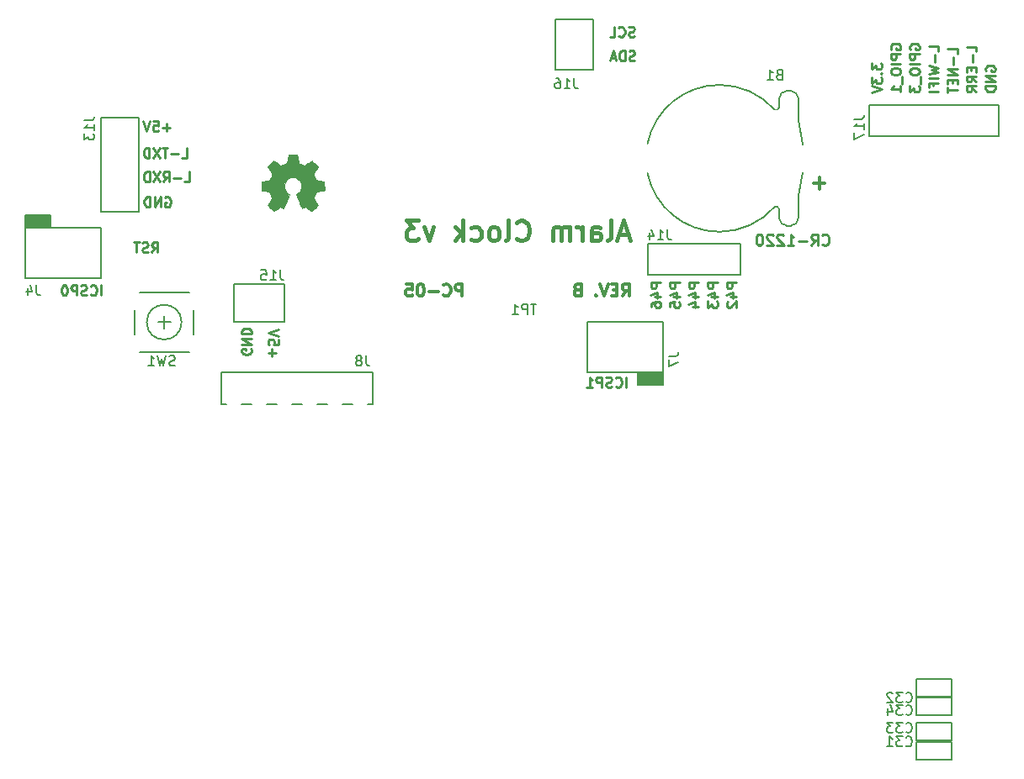
<source format=gbo>
G04 #@! TF.GenerationSoftware,KiCad,Pcbnew,5.0.0-fee4fd1~65~ubuntu17.10.1*
G04 #@! TF.CreationDate,2018-10-29T15:17:38-04:00*
G04 #@! TF.ProjectId,panel,70616E656C2E6B696361645F70636200,B*
G04 #@! TF.SameCoordinates,Original*
G04 #@! TF.FileFunction,Legend,Bot*
G04 #@! TF.FilePolarity,Positive*
%FSLAX46Y46*%
G04 Gerber Fmt 4.6, Leading zero omitted, Abs format (unit mm)*
G04 Created by KiCad (PCBNEW 5.0.0-fee4fd1~65~ubuntu17.10.1) date Mon Oct 29 15:17:38 2018*
%MOMM*%
%LPD*%
G01*
G04 APERTURE LIST*
%ADD10C,0.250000*%
%ADD11C,0.180000*%
%ADD12C,0.300000*%
%ADD13C,0.400000*%
%ADD14C,0.002540*%
G04 APERTURE END LIST*
D10*
X89626595Y-62365000D02*
X89721833Y-62317380D01*
X89864690Y-62317380D01*
X90007547Y-62365000D01*
X90102785Y-62460238D01*
X90150404Y-62555476D01*
X90198023Y-62745952D01*
X90198023Y-62888809D01*
X90150404Y-63079285D01*
X90102785Y-63174523D01*
X90007547Y-63269761D01*
X89864690Y-63317380D01*
X89769452Y-63317380D01*
X89626595Y-63269761D01*
X89578976Y-63222142D01*
X89578976Y-62888809D01*
X89769452Y-62888809D01*
X89150404Y-63317380D02*
X89150404Y-62317380D01*
X88578976Y-63317380D01*
X88578976Y-62317380D01*
X88102785Y-63317380D02*
X88102785Y-62317380D01*
X87864690Y-62317380D01*
X87721833Y-62365000D01*
X87626595Y-62460238D01*
X87578976Y-62555476D01*
X87531357Y-62745952D01*
X87531357Y-62888809D01*
X87578976Y-63079285D01*
X87626595Y-63174523D01*
X87721833Y-63269761D01*
X87864690Y-63317380D01*
X88102785Y-63317380D01*
X172220000Y-49621785D02*
X172172380Y-49526547D01*
X172172380Y-49383690D01*
X172220000Y-49240833D01*
X172315238Y-49145595D01*
X172410476Y-49097976D01*
X172600952Y-49050357D01*
X172743809Y-49050357D01*
X172934285Y-49097976D01*
X173029523Y-49145595D01*
X173124761Y-49240833D01*
X173172380Y-49383690D01*
X173172380Y-49478928D01*
X173124761Y-49621785D01*
X173077142Y-49669404D01*
X172743809Y-49669404D01*
X172743809Y-49478928D01*
X173172380Y-50097976D02*
X172172380Y-50097976D01*
X173172380Y-50669404D01*
X172172380Y-50669404D01*
X173172380Y-51145595D02*
X172172380Y-51145595D01*
X172172380Y-51383690D01*
X172220000Y-51526547D01*
X172315238Y-51621785D01*
X172410476Y-51669404D01*
X172600952Y-51717023D01*
X172743809Y-51717023D01*
X172934285Y-51669404D01*
X173029523Y-51621785D01*
X173124761Y-51526547D01*
X173172380Y-51383690D01*
X173172380Y-51145595D01*
X160742380Y-48812261D02*
X160742380Y-49431309D01*
X161123333Y-49097976D01*
X161123333Y-49240833D01*
X161170952Y-49336071D01*
X161218571Y-49383690D01*
X161313809Y-49431309D01*
X161551904Y-49431309D01*
X161647142Y-49383690D01*
X161694761Y-49336071D01*
X161742380Y-49240833D01*
X161742380Y-48955119D01*
X161694761Y-48859880D01*
X161647142Y-48812261D01*
X161647142Y-49859880D02*
X161694761Y-49907500D01*
X161742380Y-49859880D01*
X161694761Y-49812261D01*
X161647142Y-49859880D01*
X161742380Y-49859880D01*
X160742380Y-50240833D02*
X160742380Y-50859880D01*
X161123333Y-50526547D01*
X161123333Y-50669404D01*
X161170952Y-50764642D01*
X161218571Y-50812261D01*
X161313809Y-50859880D01*
X161551904Y-50859880D01*
X161647142Y-50812261D01*
X161694761Y-50764642D01*
X161742380Y-50669404D01*
X161742380Y-50383690D01*
X161694761Y-50288452D01*
X161647142Y-50240833D01*
X160742380Y-51145595D02*
X161742380Y-51478928D01*
X160742380Y-51812261D01*
D11*
G36*
X137160000Y-81280000D02*
X137160000Y-80010000D01*
X139700000Y-80010000D01*
X139700000Y-81280000D01*
X137160000Y-81280000D01*
G37*
X137160000Y-81280000D02*
X137160000Y-80010000D01*
X139700000Y-80010000D01*
X139700000Y-81280000D01*
X137160000Y-81280000D01*
G36*
X75565000Y-65405000D02*
X75565000Y-64135000D01*
X78105000Y-64135000D01*
X78105000Y-65405000D01*
X75565000Y-65405000D01*
G37*
X75565000Y-65405000D02*
X75565000Y-64135000D01*
X78105000Y-64135000D01*
X78105000Y-65405000D01*
X75565000Y-65405000D01*
D10*
X136004357Y-81478380D02*
X136004357Y-80478380D01*
X134956738Y-81383142D02*
X135004357Y-81430761D01*
X135147214Y-81478380D01*
X135242452Y-81478380D01*
X135385309Y-81430761D01*
X135480547Y-81335523D01*
X135528166Y-81240285D01*
X135575785Y-81049809D01*
X135575785Y-80906952D01*
X135528166Y-80716476D01*
X135480547Y-80621238D01*
X135385309Y-80526000D01*
X135242452Y-80478380D01*
X135147214Y-80478380D01*
X135004357Y-80526000D01*
X134956738Y-80573619D01*
X134575785Y-81430761D02*
X134432928Y-81478380D01*
X134194833Y-81478380D01*
X134099595Y-81430761D01*
X134051976Y-81383142D01*
X134004357Y-81287904D01*
X134004357Y-81192666D01*
X134051976Y-81097428D01*
X134099595Y-81049809D01*
X134194833Y-81002190D01*
X134385309Y-80954571D01*
X134480547Y-80906952D01*
X134528166Y-80859333D01*
X134575785Y-80764095D01*
X134575785Y-80668857D01*
X134528166Y-80573619D01*
X134480547Y-80526000D01*
X134385309Y-80478380D01*
X134147214Y-80478380D01*
X134004357Y-80526000D01*
X133575785Y-81478380D02*
X133575785Y-80478380D01*
X133194833Y-80478380D01*
X133099595Y-80526000D01*
X133051976Y-80573619D01*
X133004357Y-80668857D01*
X133004357Y-80811714D01*
X133051976Y-80906952D01*
X133099595Y-80954571D01*
X133194833Y-81002190D01*
X133575785Y-81002190D01*
X132051976Y-81478380D02*
X132623404Y-81478380D01*
X132337690Y-81478380D02*
X132337690Y-80478380D01*
X132432928Y-80621238D01*
X132528166Y-80716476D01*
X132623404Y-80764095D01*
X83172357Y-72207380D02*
X83172357Y-71207380D01*
X82124738Y-72112142D02*
X82172357Y-72159761D01*
X82315214Y-72207380D01*
X82410452Y-72207380D01*
X82553309Y-72159761D01*
X82648547Y-72064523D01*
X82696166Y-71969285D01*
X82743785Y-71778809D01*
X82743785Y-71635952D01*
X82696166Y-71445476D01*
X82648547Y-71350238D01*
X82553309Y-71255000D01*
X82410452Y-71207380D01*
X82315214Y-71207380D01*
X82172357Y-71255000D01*
X82124738Y-71302619D01*
X81743785Y-72159761D02*
X81600928Y-72207380D01*
X81362833Y-72207380D01*
X81267595Y-72159761D01*
X81219976Y-72112142D01*
X81172357Y-72016904D01*
X81172357Y-71921666D01*
X81219976Y-71826428D01*
X81267595Y-71778809D01*
X81362833Y-71731190D01*
X81553309Y-71683571D01*
X81648547Y-71635952D01*
X81696166Y-71588333D01*
X81743785Y-71493095D01*
X81743785Y-71397857D01*
X81696166Y-71302619D01*
X81648547Y-71255000D01*
X81553309Y-71207380D01*
X81315214Y-71207380D01*
X81172357Y-71255000D01*
X80743785Y-72207380D02*
X80743785Y-71207380D01*
X80362833Y-71207380D01*
X80267595Y-71255000D01*
X80219976Y-71302619D01*
X80172357Y-71397857D01*
X80172357Y-71540714D01*
X80219976Y-71635952D01*
X80267595Y-71683571D01*
X80362833Y-71731190D01*
X80743785Y-71731190D01*
X79553309Y-71207380D02*
X79458071Y-71207380D01*
X79362833Y-71255000D01*
X79315214Y-71302619D01*
X79267595Y-71397857D01*
X79219976Y-71588333D01*
X79219976Y-71826428D01*
X79267595Y-72016904D01*
X79315214Y-72112142D01*
X79362833Y-72159761D01*
X79458071Y-72207380D01*
X79553309Y-72207380D01*
X79648547Y-72159761D01*
X79696166Y-72112142D01*
X79743785Y-72016904D01*
X79791404Y-71826428D01*
X79791404Y-71588333D01*
X79743785Y-71397857D01*
X79696166Y-71302619D01*
X79648547Y-71255000D01*
X79553309Y-71207380D01*
X88300261Y-67889380D02*
X88633595Y-67413190D01*
X88871690Y-67889380D02*
X88871690Y-66889380D01*
X88490738Y-66889380D01*
X88395500Y-66937000D01*
X88347880Y-66984619D01*
X88300261Y-67079857D01*
X88300261Y-67222714D01*
X88347880Y-67317952D01*
X88395500Y-67365571D01*
X88490738Y-67413190D01*
X88871690Y-67413190D01*
X87919309Y-67841761D02*
X87776452Y-67889380D01*
X87538357Y-67889380D01*
X87443119Y-67841761D01*
X87395500Y-67794142D01*
X87347880Y-67698904D01*
X87347880Y-67603666D01*
X87395500Y-67508428D01*
X87443119Y-67460809D01*
X87538357Y-67413190D01*
X87728833Y-67365571D01*
X87824071Y-67317952D01*
X87871690Y-67270333D01*
X87919309Y-67175095D01*
X87919309Y-67079857D01*
X87871690Y-66984619D01*
X87824071Y-66937000D01*
X87728833Y-66889380D01*
X87490738Y-66889380D01*
X87347880Y-66937000D01*
X87062166Y-66889380D02*
X86490738Y-66889380D01*
X86776452Y-67889380D02*
X86776452Y-66889380D01*
D12*
X119513000Y-72297857D02*
X119513000Y-71097857D01*
X119055857Y-71097857D01*
X118941571Y-71155000D01*
X118884428Y-71212142D01*
X118827285Y-71326428D01*
X118827285Y-71497857D01*
X118884428Y-71612142D01*
X118941571Y-71669285D01*
X119055857Y-71726428D01*
X119513000Y-71726428D01*
X117627285Y-72183571D02*
X117684428Y-72240714D01*
X117855857Y-72297857D01*
X117970142Y-72297857D01*
X118141571Y-72240714D01*
X118255857Y-72126428D01*
X118313000Y-72012142D01*
X118370142Y-71783571D01*
X118370142Y-71612142D01*
X118313000Y-71383571D01*
X118255857Y-71269285D01*
X118141571Y-71155000D01*
X117970142Y-71097857D01*
X117855857Y-71097857D01*
X117684428Y-71155000D01*
X117627285Y-71212142D01*
X117113000Y-71840714D02*
X116198714Y-71840714D01*
X115398714Y-71097857D02*
X115284428Y-71097857D01*
X115170142Y-71155000D01*
X115113000Y-71212142D01*
X115055857Y-71326428D01*
X114998714Y-71555000D01*
X114998714Y-71840714D01*
X115055857Y-72069285D01*
X115113000Y-72183571D01*
X115170142Y-72240714D01*
X115284428Y-72297857D01*
X115398714Y-72297857D01*
X115513000Y-72240714D01*
X115570142Y-72183571D01*
X115627285Y-72069285D01*
X115684428Y-71840714D01*
X115684428Y-71555000D01*
X115627285Y-71326428D01*
X115570142Y-71212142D01*
X115513000Y-71155000D01*
X115398714Y-71097857D01*
X113913000Y-71097857D02*
X114484428Y-71097857D01*
X114541571Y-71669285D01*
X114484428Y-71612142D01*
X114370142Y-71555000D01*
X114084428Y-71555000D01*
X113970142Y-71612142D01*
X113913000Y-71669285D01*
X113855857Y-71783571D01*
X113855857Y-72069285D01*
X113913000Y-72183571D01*
X113970142Y-72240714D01*
X114084428Y-72297857D01*
X114370142Y-72297857D01*
X114484428Y-72240714D01*
X114541571Y-72183571D01*
D10*
X90150404Y-55316428D02*
X89388500Y-55316428D01*
X89769452Y-55697380D02*
X89769452Y-54935476D01*
X88436119Y-54697380D02*
X88912309Y-54697380D01*
X88959928Y-55173571D01*
X88912309Y-55125952D01*
X88817071Y-55078333D01*
X88578976Y-55078333D01*
X88483738Y-55125952D01*
X88436119Y-55173571D01*
X88388500Y-55268809D01*
X88388500Y-55506904D01*
X88436119Y-55602142D01*
X88483738Y-55649761D01*
X88578976Y-55697380D01*
X88817071Y-55697380D01*
X88912309Y-55649761D01*
X88959928Y-55602142D01*
X88102785Y-54697380D02*
X87769452Y-55697380D01*
X87436119Y-54697380D01*
D12*
X156019428Y-60940142D02*
X154876571Y-60940142D01*
X155448000Y-61511571D02*
X155448000Y-60368714D01*
X135632571Y-72297857D02*
X136032571Y-71726428D01*
X136318285Y-72297857D02*
X136318285Y-71097857D01*
X135861142Y-71097857D01*
X135746857Y-71155000D01*
X135689714Y-71212142D01*
X135632571Y-71326428D01*
X135632571Y-71497857D01*
X135689714Y-71612142D01*
X135746857Y-71669285D01*
X135861142Y-71726428D01*
X136318285Y-71726428D01*
X135118285Y-71669285D02*
X134718285Y-71669285D01*
X134546857Y-72297857D02*
X135118285Y-72297857D01*
X135118285Y-71097857D01*
X134546857Y-71097857D01*
X134204000Y-71097857D02*
X133804000Y-72297857D01*
X133404000Y-71097857D01*
X133004000Y-72183571D02*
X132946857Y-72240714D01*
X133004000Y-72297857D01*
X133061142Y-72240714D01*
X133004000Y-72183571D01*
X133004000Y-72297857D01*
X131118285Y-71669285D02*
X130946857Y-71726428D01*
X130889714Y-71783571D01*
X130832571Y-71897857D01*
X130832571Y-72069285D01*
X130889714Y-72183571D01*
X130946857Y-72240714D01*
X131061142Y-72297857D01*
X131518285Y-72297857D01*
X131518285Y-71097857D01*
X131118285Y-71097857D01*
X131004000Y-71155000D01*
X130946857Y-71212142D01*
X130889714Y-71326428D01*
X130889714Y-71440714D01*
X130946857Y-71555000D01*
X131004000Y-71612142D01*
X131118285Y-71669285D01*
X131518285Y-71669285D01*
D10*
X155766714Y-67067857D02*
X155819095Y-67120238D01*
X155976238Y-67172619D01*
X156081000Y-67172619D01*
X156238142Y-67120238D01*
X156342904Y-67015476D01*
X156395285Y-66910714D01*
X156447666Y-66701190D01*
X156447666Y-66544047D01*
X156395285Y-66334523D01*
X156342904Y-66229761D01*
X156238142Y-66125000D01*
X156081000Y-66072619D01*
X155976238Y-66072619D01*
X155819095Y-66125000D01*
X155766714Y-66177380D01*
X154666714Y-67172619D02*
X155033380Y-66648809D01*
X155295285Y-67172619D02*
X155295285Y-66072619D01*
X154876238Y-66072619D01*
X154771476Y-66125000D01*
X154719095Y-66177380D01*
X154666714Y-66282142D01*
X154666714Y-66439285D01*
X154719095Y-66544047D01*
X154771476Y-66596428D01*
X154876238Y-66648809D01*
X155295285Y-66648809D01*
X154195285Y-66753571D02*
X153357190Y-66753571D01*
X152257190Y-67172619D02*
X152885761Y-67172619D01*
X152571476Y-67172619D02*
X152571476Y-66072619D01*
X152676238Y-66229761D01*
X152781000Y-66334523D01*
X152885761Y-66386904D01*
X151838142Y-66177380D02*
X151785761Y-66125000D01*
X151681000Y-66072619D01*
X151419095Y-66072619D01*
X151314333Y-66125000D01*
X151261952Y-66177380D01*
X151209571Y-66282142D01*
X151209571Y-66386904D01*
X151261952Y-66544047D01*
X151890523Y-67172619D01*
X151209571Y-67172619D01*
X150790523Y-66177380D02*
X150738142Y-66125000D01*
X150633380Y-66072619D01*
X150371476Y-66072619D01*
X150266714Y-66125000D01*
X150214333Y-66177380D01*
X150161952Y-66282142D01*
X150161952Y-66386904D01*
X150214333Y-66544047D01*
X150842904Y-67172619D01*
X150161952Y-67172619D01*
X149481000Y-66072619D02*
X149376238Y-66072619D01*
X149271476Y-66125000D01*
X149219095Y-66177380D01*
X149166714Y-66282142D01*
X149114333Y-66491666D01*
X149114333Y-66753571D01*
X149166714Y-66963095D01*
X149219095Y-67067857D01*
X149271476Y-67120238D01*
X149376238Y-67172619D01*
X149481000Y-67172619D01*
X149585761Y-67120238D01*
X149638142Y-67067857D01*
X149690523Y-66963095D01*
X149742904Y-66753571D01*
X149742904Y-66491666D01*
X149690523Y-66282142D01*
X149638142Y-66177380D01*
X149585761Y-66125000D01*
X149481000Y-66072619D01*
D13*
X136265047Y-66119333D02*
X135312666Y-66119333D01*
X136455523Y-66690761D02*
X135788857Y-64690761D01*
X135122190Y-66690761D01*
X134169809Y-66690761D02*
X134360285Y-66595523D01*
X134455523Y-66405047D01*
X134455523Y-64690761D01*
X132550761Y-66690761D02*
X132550761Y-65643142D01*
X132646000Y-65452666D01*
X132836476Y-65357428D01*
X133217428Y-65357428D01*
X133407904Y-65452666D01*
X132550761Y-66595523D02*
X132741238Y-66690761D01*
X133217428Y-66690761D01*
X133407904Y-66595523D01*
X133503142Y-66405047D01*
X133503142Y-66214571D01*
X133407904Y-66024095D01*
X133217428Y-65928857D01*
X132741238Y-65928857D01*
X132550761Y-65833619D01*
X131598380Y-66690761D02*
X131598380Y-65357428D01*
X131598380Y-65738380D02*
X131503142Y-65547904D01*
X131407904Y-65452666D01*
X131217428Y-65357428D01*
X131026952Y-65357428D01*
X130360285Y-66690761D02*
X130360285Y-65357428D01*
X130360285Y-65547904D02*
X130265047Y-65452666D01*
X130074571Y-65357428D01*
X129788857Y-65357428D01*
X129598380Y-65452666D01*
X129503142Y-65643142D01*
X129503142Y-66690761D01*
X129503142Y-65643142D02*
X129407904Y-65452666D01*
X129217428Y-65357428D01*
X128931714Y-65357428D01*
X128741238Y-65452666D01*
X128646000Y-65643142D01*
X128646000Y-66690761D01*
X125026952Y-66500285D02*
X125122190Y-66595523D01*
X125407904Y-66690761D01*
X125598380Y-66690761D01*
X125884095Y-66595523D01*
X126074571Y-66405047D01*
X126169809Y-66214571D01*
X126265047Y-65833619D01*
X126265047Y-65547904D01*
X126169809Y-65166952D01*
X126074571Y-64976476D01*
X125884095Y-64786000D01*
X125598380Y-64690761D01*
X125407904Y-64690761D01*
X125122190Y-64786000D01*
X125026952Y-64881238D01*
X123884095Y-66690761D02*
X124074571Y-66595523D01*
X124169809Y-66405047D01*
X124169809Y-64690761D01*
X122836476Y-66690761D02*
X123026952Y-66595523D01*
X123122190Y-66500285D01*
X123217428Y-66309809D01*
X123217428Y-65738380D01*
X123122190Y-65547904D01*
X123026952Y-65452666D01*
X122836476Y-65357428D01*
X122550761Y-65357428D01*
X122360285Y-65452666D01*
X122265047Y-65547904D01*
X122169809Y-65738380D01*
X122169809Y-66309809D01*
X122265047Y-66500285D01*
X122360285Y-66595523D01*
X122550761Y-66690761D01*
X122836476Y-66690761D01*
X120455523Y-66595523D02*
X120646000Y-66690761D01*
X121026952Y-66690761D01*
X121217428Y-66595523D01*
X121312666Y-66500285D01*
X121407904Y-66309809D01*
X121407904Y-65738380D01*
X121312666Y-65547904D01*
X121217428Y-65452666D01*
X121026952Y-65357428D01*
X120646000Y-65357428D01*
X120455523Y-65452666D01*
X119598380Y-66690761D02*
X119598380Y-64690761D01*
X119407904Y-65928857D02*
X118836476Y-66690761D01*
X118836476Y-65357428D02*
X119598380Y-66119333D01*
X116646000Y-65357428D02*
X116169809Y-66690761D01*
X115693619Y-65357428D01*
X115122190Y-64690761D02*
X113884095Y-64690761D01*
X114550761Y-65452666D01*
X114265047Y-65452666D01*
X114074571Y-65547904D01*
X113979333Y-65643142D01*
X113884095Y-65833619D01*
X113884095Y-66309809D01*
X113979333Y-66500285D01*
X114074571Y-66595523D01*
X114265047Y-66690761D01*
X114836476Y-66690761D01*
X115026952Y-66595523D01*
X115122190Y-66500285D01*
D10*
X98290000Y-77632214D02*
X98337619Y-77727452D01*
X98337619Y-77870309D01*
X98290000Y-78013166D01*
X98194761Y-78108404D01*
X98099523Y-78156023D01*
X97909047Y-78203642D01*
X97766190Y-78203642D01*
X97575714Y-78156023D01*
X97480476Y-78108404D01*
X97385238Y-78013166D01*
X97337619Y-77870309D01*
X97337619Y-77775071D01*
X97385238Y-77632214D01*
X97432857Y-77584595D01*
X97766190Y-77584595D01*
X97766190Y-77775071D01*
X97337619Y-77156023D02*
X98337619Y-77156023D01*
X97337619Y-76584595D01*
X98337619Y-76584595D01*
X97337619Y-76108404D02*
X98337619Y-76108404D01*
X98337619Y-75870309D01*
X98290000Y-75727452D01*
X98194761Y-75632214D01*
X98099523Y-75584595D01*
X97909047Y-75536976D01*
X97766190Y-75536976D01*
X97575714Y-75584595D01*
X97480476Y-75632214D01*
X97385238Y-75727452D01*
X97337619Y-75870309D01*
X97337619Y-76108404D01*
X91579214Y-60777380D02*
X92055404Y-60777380D01*
X92055404Y-59777380D01*
X91245880Y-60396428D02*
X90483976Y-60396428D01*
X89436357Y-60777380D02*
X89769690Y-60301190D01*
X90007785Y-60777380D02*
X90007785Y-59777380D01*
X89626833Y-59777380D01*
X89531595Y-59825000D01*
X89483976Y-59872619D01*
X89436357Y-59967857D01*
X89436357Y-60110714D01*
X89483976Y-60205952D01*
X89531595Y-60253571D01*
X89626833Y-60301190D01*
X90007785Y-60301190D01*
X89103023Y-59777380D02*
X88436357Y-60777380D01*
X88436357Y-59777380D02*
X89103023Y-60777380D01*
X88055404Y-60777380D02*
X88055404Y-59777380D01*
X87817309Y-59777380D01*
X87674452Y-59825000D01*
X87579214Y-59920238D01*
X87531595Y-60015476D01*
X87483976Y-60205952D01*
X87483976Y-60348809D01*
X87531595Y-60539285D01*
X87579214Y-60634523D01*
X87674452Y-60729761D01*
X87817309Y-60777380D01*
X88055404Y-60777380D01*
X100385571Y-78410023D02*
X100385571Y-77648119D01*
X100004619Y-78029071D02*
X100766523Y-78029071D01*
X101004619Y-76695738D02*
X101004619Y-77171928D01*
X100528428Y-77219547D01*
X100576047Y-77171928D01*
X100623666Y-77076690D01*
X100623666Y-76838595D01*
X100576047Y-76743357D01*
X100528428Y-76695738D01*
X100433190Y-76648119D01*
X100195095Y-76648119D01*
X100099857Y-76695738D01*
X100052238Y-76743357D01*
X100004619Y-76838595D01*
X100004619Y-77076690D01*
X100052238Y-77171928D01*
X100099857Y-77219547D01*
X101004619Y-76362404D02*
X100004619Y-76029071D01*
X101004619Y-75695738D01*
X91325214Y-58364380D02*
X91801404Y-58364380D01*
X91801404Y-57364380D01*
X90991880Y-57983428D02*
X90229976Y-57983428D01*
X89896642Y-57364380D02*
X89325214Y-57364380D01*
X89610928Y-58364380D02*
X89610928Y-57364380D01*
X89087119Y-57364380D02*
X88420452Y-58364380D01*
X88420452Y-57364380D02*
X89087119Y-58364380D01*
X88039500Y-58364380D02*
X88039500Y-57364380D01*
X87801404Y-57364380D01*
X87658547Y-57412000D01*
X87563309Y-57507238D01*
X87515690Y-57602476D01*
X87468071Y-57792952D01*
X87468071Y-57935809D01*
X87515690Y-58126285D01*
X87563309Y-58221523D01*
X87658547Y-58316761D01*
X87801404Y-58364380D01*
X88039500Y-58364380D01*
X136893547Y-48537761D02*
X136750690Y-48585380D01*
X136512595Y-48585380D01*
X136417357Y-48537761D01*
X136369738Y-48490142D01*
X136322119Y-48394904D01*
X136322119Y-48299666D01*
X136369738Y-48204428D01*
X136417357Y-48156809D01*
X136512595Y-48109190D01*
X136703071Y-48061571D01*
X136798309Y-48013952D01*
X136845928Y-47966333D01*
X136893547Y-47871095D01*
X136893547Y-47775857D01*
X136845928Y-47680619D01*
X136798309Y-47633000D01*
X136703071Y-47585380D01*
X136464976Y-47585380D01*
X136322119Y-47633000D01*
X135893547Y-48585380D02*
X135893547Y-47585380D01*
X135655452Y-47585380D01*
X135512595Y-47633000D01*
X135417357Y-47728238D01*
X135369738Y-47823476D01*
X135322119Y-48013952D01*
X135322119Y-48156809D01*
X135369738Y-48347285D01*
X135417357Y-48442523D01*
X135512595Y-48537761D01*
X135655452Y-48585380D01*
X135893547Y-48585380D01*
X134941166Y-48299666D02*
X134464976Y-48299666D01*
X135036404Y-48585380D02*
X134703071Y-47585380D01*
X134369738Y-48585380D01*
X136845928Y-46124761D02*
X136703071Y-46172380D01*
X136464976Y-46172380D01*
X136369738Y-46124761D01*
X136322119Y-46077142D01*
X136274500Y-45981904D01*
X136274500Y-45886666D01*
X136322119Y-45791428D01*
X136369738Y-45743809D01*
X136464976Y-45696190D01*
X136655452Y-45648571D01*
X136750690Y-45600952D01*
X136798309Y-45553333D01*
X136845928Y-45458095D01*
X136845928Y-45362857D01*
X136798309Y-45267619D01*
X136750690Y-45220000D01*
X136655452Y-45172380D01*
X136417357Y-45172380D01*
X136274500Y-45220000D01*
X135274500Y-46077142D02*
X135322119Y-46124761D01*
X135464976Y-46172380D01*
X135560214Y-46172380D01*
X135703071Y-46124761D01*
X135798309Y-46029523D01*
X135845928Y-45934285D01*
X135893547Y-45743809D01*
X135893547Y-45600952D01*
X135845928Y-45410476D01*
X135798309Y-45315238D01*
X135703071Y-45220000D01*
X135560214Y-45172380D01*
X135464976Y-45172380D01*
X135322119Y-45220000D01*
X135274500Y-45267619D01*
X134369738Y-46172380D02*
X134845928Y-46172380D01*
X134845928Y-45172380D01*
X162695000Y-47431309D02*
X162647380Y-47336071D01*
X162647380Y-47193214D01*
X162695000Y-47050357D01*
X162790238Y-46955119D01*
X162885476Y-46907500D01*
X163075952Y-46859880D01*
X163218809Y-46859880D01*
X163409285Y-46907500D01*
X163504523Y-46955119D01*
X163599761Y-47050357D01*
X163647380Y-47193214D01*
X163647380Y-47288452D01*
X163599761Y-47431309D01*
X163552142Y-47478928D01*
X163218809Y-47478928D01*
X163218809Y-47288452D01*
X163647380Y-47907500D02*
X162647380Y-47907500D01*
X162647380Y-48288452D01*
X162695000Y-48383690D01*
X162742619Y-48431309D01*
X162837857Y-48478928D01*
X162980714Y-48478928D01*
X163075952Y-48431309D01*
X163123571Y-48383690D01*
X163171190Y-48288452D01*
X163171190Y-47907500D01*
X163647380Y-48907500D02*
X162647380Y-48907500D01*
X162647380Y-49574166D02*
X162647380Y-49764642D01*
X162695000Y-49859880D01*
X162790238Y-49955119D01*
X162980714Y-50002738D01*
X163314047Y-50002738D01*
X163504523Y-49955119D01*
X163599761Y-49859880D01*
X163647380Y-49764642D01*
X163647380Y-49574166D01*
X163599761Y-49478928D01*
X163504523Y-49383690D01*
X163314047Y-49336071D01*
X162980714Y-49336071D01*
X162790238Y-49383690D01*
X162695000Y-49478928D01*
X162647380Y-49574166D01*
X163742619Y-50193214D02*
X163742619Y-50955119D01*
X163647380Y-51717023D02*
X163647380Y-51145595D01*
X163647380Y-51431309D02*
X162647380Y-51431309D01*
X162790238Y-51336071D01*
X162885476Y-51240833D01*
X162933095Y-51145595D01*
X164600000Y-47431309D02*
X164552380Y-47336071D01*
X164552380Y-47193214D01*
X164600000Y-47050357D01*
X164695238Y-46955119D01*
X164790476Y-46907500D01*
X164980952Y-46859880D01*
X165123809Y-46859880D01*
X165314285Y-46907500D01*
X165409523Y-46955119D01*
X165504761Y-47050357D01*
X165552380Y-47193214D01*
X165552380Y-47288452D01*
X165504761Y-47431309D01*
X165457142Y-47478928D01*
X165123809Y-47478928D01*
X165123809Y-47288452D01*
X165552380Y-47907500D02*
X164552380Y-47907500D01*
X164552380Y-48288452D01*
X164600000Y-48383690D01*
X164647619Y-48431309D01*
X164742857Y-48478928D01*
X164885714Y-48478928D01*
X164980952Y-48431309D01*
X165028571Y-48383690D01*
X165076190Y-48288452D01*
X165076190Y-47907500D01*
X165552380Y-48907500D02*
X164552380Y-48907500D01*
X164552380Y-49574166D02*
X164552380Y-49764642D01*
X164600000Y-49859880D01*
X164695238Y-49955119D01*
X164885714Y-50002738D01*
X165219047Y-50002738D01*
X165409523Y-49955119D01*
X165504761Y-49859880D01*
X165552380Y-49764642D01*
X165552380Y-49574166D01*
X165504761Y-49478928D01*
X165409523Y-49383690D01*
X165219047Y-49336071D01*
X164885714Y-49336071D01*
X164695238Y-49383690D01*
X164600000Y-49478928D01*
X164552380Y-49574166D01*
X165647619Y-50193214D02*
X165647619Y-50955119D01*
X164552380Y-51097976D02*
X164552380Y-51717023D01*
X164933333Y-51383690D01*
X164933333Y-51526547D01*
X164980952Y-51621785D01*
X165028571Y-51669404D01*
X165123809Y-51717023D01*
X165361904Y-51717023D01*
X165457142Y-51669404D01*
X165504761Y-51621785D01*
X165552380Y-51526547D01*
X165552380Y-51240833D01*
X165504761Y-51145595D01*
X165457142Y-51097976D01*
X171267380Y-47669404D02*
X171267380Y-47193214D01*
X170267380Y-47193214D01*
X170886428Y-48002738D02*
X170886428Y-48764642D01*
X170743571Y-49240833D02*
X170743571Y-49574166D01*
X171267380Y-49717023D02*
X171267380Y-49240833D01*
X170267380Y-49240833D01*
X170267380Y-49717023D01*
X171267380Y-50717023D02*
X170791190Y-50383690D01*
X171267380Y-50145595D02*
X170267380Y-50145595D01*
X170267380Y-50526547D01*
X170315000Y-50621785D01*
X170362619Y-50669404D01*
X170457857Y-50717023D01*
X170600714Y-50717023D01*
X170695952Y-50669404D01*
X170743571Y-50621785D01*
X170791190Y-50526547D01*
X170791190Y-50145595D01*
X171267380Y-51717023D02*
X170791190Y-51383690D01*
X171267380Y-51145595D02*
X170267380Y-51145595D01*
X170267380Y-51526547D01*
X170315000Y-51621785D01*
X170362619Y-51669404D01*
X170457857Y-51717023D01*
X170600714Y-51717023D01*
X170695952Y-51669404D01*
X170743571Y-51621785D01*
X170791190Y-51526547D01*
X170791190Y-51145595D01*
X167457380Y-47621785D02*
X167457380Y-47145595D01*
X166457380Y-47145595D01*
X167076428Y-47955119D02*
X167076428Y-48717023D01*
X166457380Y-49097976D02*
X167457380Y-49336071D01*
X166743095Y-49526547D01*
X167457380Y-49717023D01*
X166457380Y-49955119D01*
X167457380Y-50336071D02*
X166457380Y-50336071D01*
X166933571Y-51145595D02*
X166933571Y-50812261D01*
X167457380Y-50812261D02*
X166457380Y-50812261D01*
X166457380Y-51288452D01*
X167457380Y-51669404D02*
X166457380Y-51669404D01*
X169362380Y-47859880D02*
X169362380Y-47383690D01*
X168362380Y-47383690D01*
X168981428Y-48193214D02*
X168981428Y-48955119D01*
X169362380Y-49431309D02*
X168362380Y-49431309D01*
X169362380Y-50002738D01*
X168362380Y-50002738D01*
X168838571Y-50478928D02*
X168838571Y-50812261D01*
X169362380Y-50955119D02*
X169362380Y-50478928D01*
X168362380Y-50478928D01*
X168362380Y-50955119D01*
X168362380Y-51240833D02*
X168362380Y-51812261D01*
X169362380Y-51526547D02*
X168362380Y-51526547D01*
X139517380Y-70957833D02*
X138517380Y-70957833D01*
X138517380Y-71338785D01*
X138565000Y-71434023D01*
X138612619Y-71481642D01*
X138707857Y-71529261D01*
X138850714Y-71529261D01*
X138945952Y-71481642D01*
X138993571Y-71434023D01*
X139041190Y-71338785D01*
X139041190Y-70957833D01*
X138850714Y-72386404D02*
X139517380Y-72386404D01*
X138469761Y-72148309D02*
X139184047Y-71910214D01*
X139184047Y-72529261D01*
X138517380Y-73338785D02*
X138517380Y-73148309D01*
X138565000Y-73053071D01*
X138612619Y-73005452D01*
X138755476Y-72910214D01*
X138945952Y-72862595D01*
X139326904Y-72862595D01*
X139422142Y-72910214D01*
X139469761Y-72957833D01*
X139517380Y-73053071D01*
X139517380Y-73243547D01*
X139469761Y-73338785D01*
X139422142Y-73386404D01*
X139326904Y-73434023D01*
X139088809Y-73434023D01*
X138993571Y-73386404D01*
X138945952Y-73338785D01*
X138898333Y-73243547D01*
X138898333Y-73053071D01*
X138945952Y-72957833D01*
X138993571Y-72910214D01*
X139088809Y-72862595D01*
X141422380Y-70957833D02*
X140422380Y-70957833D01*
X140422380Y-71338785D01*
X140470000Y-71434023D01*
X140517619Y-71481642D01*
X140612857Y-71529261D01*
X140755714Y-71529261D01*
X140850952Y-71481642D01*
X140898571Y-71434023D01*
X140946190Y-71338785D01*
X140946190Y-70957833D01*
X140755714Y-72386404D02*
X141422380Y-72386404D01*
X140374761Y-72148309D02*
X141089047Y-71910214D01*
X141089047Y-72529261D01*
X140422380Y-73386404D02*
X140422380Y-72910214D01*
X140898571Y-72862595D01*
X140850952Y-72910214D01*
X140803333Y-73005452D01*
X140803333Y-73243547D01*
X140850952Y-73338785D01*
X140898571Y-73386404D01*
X140993809Y-73434023D01*
X141231904Y-73434023D01*
X141327142Y-73386404D01*
X141374761Y-73338785D01*
X141422380Y-73243547D01*
X141422380Y-73005452D01*
X141374761Y-72910214D01*
X141327142Y-72862595D01*
X143327380Y-70957833D02*
X142327380Y-70957833D01*
X142327380Y-71338785D01*
X142375000Y-71434023D01*
X142422619Y-71481642D01*
X142517857Y-71529261D01*
X142660714Y-71529261D01*
X142755952Y-71481642D01*
X142803571Y-71434023D01*
X142851190Y-71338785D01*
X142851190Y-70957833D01*
X142660714Y-72386404D02*
X143327380Y-72386404D01*
X142279761Y-72148309D02*
X142994047Y-71910214D01*
X142994047Y-72529261D01*
X142660714Y-73338785D02*
X143327380Y-73338785D01*
X142279761Y-73100690D02*
X142994047Y-72862595D01*
X142994047Y-73481642D01*
X145232380Y-70957833D02*
X144232380Y-70957833D01*
X144232380Y-71338785D01*
X144280000Y-71434023D01*
X144327619Y-71481642D01*
X144422857Y-71529261D01*
X144565714Y-71529261D01*
X144660952Y-71481642D01*
X144708571Y-71434023D01*
X144756190Y-71338785D01*
X144756190Y-70957833D01*
X144565714Y-72386404D02*
X145232380Y-72386404D01*
X144184761Y-72148309D02*
X144899047Y-71910214D01*
X144899047Y-72529261D01*
X144232380Y-72814976D02*
X144232380Y-73434023D01*
X144613333Y-73100690D01*
X144613333Y-73243547D01*
X144660952Y-73338785D01*
X144708571Y-73386404D01*
X144803809Y-73434023D01*
X145041904Y-73434023D01*
X145137142Y-73386404D01*
X145184761Y-73338785D01*
X145232380Y-73243547D01*
X145232380Y-72957833D01*
X145184761Y-72862595D01*
X145137142Y-72814976D01*
X147137380Y-70957833D02*
X146137380Y-70957833D01*
X146137380Y-71338785D01*
X146185000Y-71434023D01*
X146232619Y-71481642D01*
X146327857Y-71529261D01*
X146470714Y-71529261D01*
X146565952Y-71481642D01*
X146613571Y-71434023D01*
X146661190Y-71338785D01*
X146661190Y-70957833D01*
X146470714Y-72386404D02*
X147137380Y-72386404D01*
X146089761Y-72148309D02*
X146804047Y-71910214D01*
X146804047Y-72529261D01*
X146232619Y-72862595D02*
X146185000Y-72910214D01*
X146137380Y-73005452D01*
X146137380Y-73243547D01*
X146185000Y-73338785D01*
X146232619Y-73386404D01*
X146327857Y-73434023D01*
X146423095Y-73434023D01*
X146565952Y-73386404D01*
X147137380Y-72814976D01*
X147137380Y-73434023D01*
D14*
G04 #@! TO.C,REF\002A\002A*
G36*
X104414320Y-63746380D02*
X104378760Y-63728600D01*
X104305100Y-63682880D01*
X104198420Y-63611760D01*
X104073960Y-63527940D01*
X103949500Y-63444120D01*
X103845360Y-63375540D01*
X103771700Y-63327280D01*
X103741220Y-63312040D01*
X103725980Y-63317120D01*
X103665020Y-63345060D01*
X103578660Y-63390780D01*
X103530400Y-63416180D01*
X103449120Y-63451740D01*
X103411020Y-63459360D01*
X103403400Y-63446660D01*
X103375460Y-63385700D01*
X103329740Y-63281560D01*
X103268780Y-63144400D01*
X103200200Y-62984380D01*
X103126540Y-62809120D01*
X103052880Y-62633860D01*
X102981760Y-62463680D01*
X102920800Y-62311280D01*
X102870000Y-62186820D01*
X102836980Y-62103000D01*
X102826820Y-62064900D01*
X102829360Y-62057280D01*
X102870000Y-62019180D01*
X102938580Y-61965840D01*
X103088440Y-61843920D01*
X103238300Y-61658500D01*
X103327200Y-61450220D01*
X103357680Y-61216540D01*
X103332280Y-61000640D01*
X103245920Y-60792360D01*
X103101140Y-60604400D01*
X102925880Y-60464700D01*
X102720140Y-60378340D01*
X102489000Y-60347860D01*
X102268020Y-60373260D01*
X102054660Y-60457080D01*
X101869240Y-60599320D01*
X101790500Y-60690760D01*
X101681280Y-60881260D01*
X101617780Y-61084460D01*
X101612700Y-61137800D01*
X101620320Y-61358780D01*
X101686360Y-61572140D01*
X101805740Y-61762640D01*
X101968300Y-61920120D01*
X101988620Y-61935360D01*
X102064820Y-61991240D01*
X102115620Y-62029340D01*
X102153720Y-62062360D01*
X101871780Y-62745620D01*
X101826060Y-62854840D01*
X101747320Y-63040260D01*
X101678740Y-63202820D01*
X101625400Y-63329820D01*
X101587300Y-63416180D01*
X101569520Y-63449200D01*
X101566980Y-63451740D01*
X101544120Y-63456820D01*
X101490780Y-63439040D01*
X101396800Y-63390780D01*
X101333300Y-63360300D01*
X101259640Y-63324740D01*
X101226620Y-63312040D01*
X101198680Y-63327280D01*
X101130100Y-63370460D01*
X101028500Y-63439040D01*
X100906580Y-63522860D01*
X100789740Y-63601600D01*
X100683060Y-63672720D01*
X100604320Y-63720980D01*
X100566220Y-63741300D01*
X100561140Y-63741300D01*
X100525580Y-63723520D01*
X100464620Y-63672720D01*
X100373180Y-63583820D01*
X100241100Y-63454280D01*
X100220780Y-63433960D01*
X100111560Y-63324740D01*
X100025200Y-63230760D01*
X99964240Y-63167260D01*
X99943920Y-63136780D01*
X99964240Y-63098680D01*
X100012500Y-63019940D01*
X100083620Y-62913260D01*
X100169980Y-62786260D01*
X100396040Y-62456060D01*
X100271580Y-62146180D01*
X100233480Y-62052200D01*
X100185220Y-61935360D01*
X100149660Y-61854080D01*
X100131880Y-61818520D01*
X100096320Y-61805820D01*
X100012500Y-61785500D01*
X99890580Y-61760100D01*
X99743260Y-61732160D01*
X99603560Y-61706760D01*
X99476560Y-61683900D01*
X99385120Y-61666120D01*
X99344480Y-61655960D01*
X99334320Y-61650880D01*
X99326700Y-61630560D01*
X99319080Y-61587380D01*
X99316540Y-61511180D01*
X99316540Y-61391800D01*
X99316540Y-61216540D01*
X99316540Y-61198760D01*
X99316540Y-61031120D01*
X99319080Y-60899040D01*
X99324160Y-60810140D01*
X99329240Y-60777120D01*
X99331780Y-60774580D01*
X99369880Y-60766960D01*
X99458780Y-60746640D01*
X99585780Y-60723780D01*
X99735640Y-60693300D01*
X99745800Y-60693300D01*
X99895660Y-60662820D01*
X100022660Y-60637420D01*
X100109020Y-60617100D01*
X100147120Y-60604400D01*
X100154740Y-60594240D01*
X100185220Y-60535820D01*
X100228400Y-60441840D01*
X100279200Y-60330080D01*
X100327460Y-60210700D01*
X100370640Y-60104020D01*
X100398580Y-60025280D01*
X100406200Y-59989720D01*
X100383340Y-59951620D01*
X100332540Y-59875420D01*
X100258880Y-59766200D01*
X100172520Y-59639200D01*
X100164900Y-59629040D01*
X100078540Y-59502040D01*
X100007420Y-59395360D01*
X99961700Y-59319160D01*
X99943920Y-59283600D01*
X99943920Y-59281060D01*
X99971860Y-59245500D01*
X100037900Y-59171840D01*
X100129340Y-59075320D01*
X100241100Y-58963560D01*
X100276660Y-58928000D01*
X100401120Y-58808620D01*
X100484940Y-58729880D01*
X100538280Y-58686700D01*
X100563680Y-58679080D01*
X100566220Y-58679080D01*
X100604320Y-58701940D01*
X100683060Y-58755280D01*
X100792280Y-58828940D01*
X100921820Y-58915300D01*
X100931980Y-58920380D01*
X101056440Y-59006740D01*
X101163120Y-59077860D01*
X101239320Y-59128660D01*
X101272340Y-59148980D01*
X101277420Y-59148980D01*
X101328220Y-59133740D01*
X101419660Y-59100720D01*
X101528880Y-59057540D01*
X101648260Y-59011820D01*
X101754940Y-58966100D01*
X101833680Y-58930540D01*
X101871780Y-58907680D01*
X101887020Y-58861960D01*
X101907340Y-58767980D01*
X101935280Y-58635900D01*
X101965760Y-58480960D01*
X101968300Y-58455560D01*
X101998780Y-58303160D01*
X102021640Y-58178700D01*
X102039420Y-58092340D01*
X102049580Y-58056780D01*
X102069900Y-58051700D01*
X102143560Y-58046620D01*
X102257860Y-58044080D01*
X102392480Y-58041540D01*
X102537260Y-58044080D01*
X102676960Y-58046620D01*
X102796340Y-58051700D01*
X102882700Y-58056780D01*
X102918260Y-58064400D01*
X102933500Y-58112660D01*
X102953820Y-58206640D01*
X102979220Y-58338720D01*
X103009700Y-58496200D01*
X103014780Y-58521600D01*
X103042720Y-58674000D01*
X103068120Y-58798460D01*
X103088440Y-58882280D01*
X103096060Y-58915300D01*
X103111300Y-58922920D01*
X103172260Y-58950860D01*
X103273860Y-58991500D01*
X103398320Y-59042300D01*
X103690420Y-59159140D01*
X104046020Y-58915300D01*
X104079040Y-58894980D01*
X104206040Y-58806080D01*
X104312720Y-58737500D01*
X104386380Y-58689240D01*
X104416860Y-58671460D01*
X104419400Y-58674000D01*
X104454960Y-58704480D01*
X104523540Y-58770520D01*
X104620060Y-58864500D01*
X104734360Y-58976260D01*
X104815640Y-59060080D01*
X104914700Y-59159140D01*
X104975660Y-59227720D01*
X105011220Y-59268360D01*
X105023920Y-59296300D01*
X105018840Y-59314080D01*
X104995980Y-59349640D01*
X104945180Y-59428380D01*
X104871520Y-59535060D01*
X104785160Y-59662060D01*
X104714040Y-59766200D01*
X104635300Y-59888120D01*
X104584500Y-59971940D01*
X104566720Y-60015120D01*
X104571800Y-60030360D01*
X104597200Y-60101480D01*
X104640380Y-60205620D01*
X104693720Y-60332620D01*
X104815640Y-60614560D01*
X105001060Y-60650120D01*
X105112820Y-60670440D01*
X105270300Y-60700920D01*
X105420160Y-60731400D01*
X105653840Y-60774580D01*
X105664000Y-61635640D01*
X105625900Y-61650880D01*
X105592880Y-61661040D01*
X105506520Y-61678820D01*
X105382060Y-61704220D01*
X105234740Y-61732160D01*
X105110280Y-61755020D01*
X104985820Y-61777880D01*
X104894380Y-61795660D01*
X104856280Y-61805820D01*
X104846120Y-61818520D01*
X104813100Y-61879480D01*
X104769920Y-61976000D01*
X104719120Y-62090300D01*
X104668320Y-62212220D01*
X104625140Y-62323980D01*
X104594660Y-62407800D01*
X104581960Y-62450980D01*
X104599740Y-62484000D01*
X104648000Y-62557660D01*
X104716580Y-62664340D01*
X104802940Y-62788800D01*
X104886760Y-62913260D01*
X104957880Y-63019940D01*
X105008680Y-63096140D01*
X105029000Y-63131700D01*
X105018840Y-63154560D01*
X104970580Y-63215520D01*
X104876600Y-63312040D01*
X104736900Y-63451740D01*
X104714040Y-63472060D01*
X104602280Y-63581280D01*
X104508300Y-63667640D01*
X104442260Y-63726060D01*
X104414320Y-63746380D01*
X104414320Y-63746380D01*
G37*
X104414320Y-63746380D02*
X104378760Y-63728600D01*
X104305100Y-63682880D01*
X104198420Y-63611760D01*
X104073960Y-63527940D01*
X103949500Y-63444120D01*
X103845360Y-63375540D01*
X103771700Y-63327280D01*
X103741220Y-63312040D01*
X103725980Y-63317120D01*
X103665020Y-63345060D01*
X103578660Y-63390780D01*
X103530400Y-63416180D01*
X103449120Y-63451740D01*
X103411020Y-63459360D01*
X103403400Y-63446660D01*
X103375460Y-63385700D01*
X103329740Y-63281560D01*
X103268780Y-63144400D01*
X103200200Y-62984380D01*
X103126540Y-62809120D01*
X103052880Y-62633860D01*
X102981760Y-62463680D01*
X102920800Y-62311280D01*
X102870000Y-62186820D01*
X102836980Y-62103000D01*
X102826820Y-62064900D01*
X102829360Y-62057280D01*
X102870000Y-62019180D01*
X102938580Y-61965840D01*
X103088440Y-61843920D01*
X103238300Y-61658500D01*
X103327200Y-61450220D01*
X103357680Y-61216540D01*
X103332280Y-61000640D01*
X103245920Y-60792360D01*
X103101140Y-60604400D01*
X102925880Y-60464700D01*
X102720140Y-60378340D01*
X102489000Y-60347860D01*
X102268020Y-60373260D01*
X102054660Y-60457080D01*
X101869240Y-60599320D01*
X101790500Y-60690760D01*
X101681280Y-60881260D01*
X101617780Y-61084460D01*
X101612700Y-61137800D01*
X101620320Y-61358780D01*
X101686360Y-61572140D01*
X101805740Y-61762640D01*
X101968300Y-61920120D01*
X101988620Y-61935360D01*
X102064820Y-61991240D01*
X102115620Y-62029340D01*
X102153720Y-62062360D01*
X101871780Y-62745620D01*
X101826060Y-62854840D01*
X101747320Y-63040260D01*
X101678740Y-63202820D01*
X101625400Y-63329820D01*
X101587300Y-63416180D01*
X101569520Y-63449200D01*
X101566980Y-63451740D01*
X101544120Y-63456820D01*
X101490780Y-63439040D01*
X101396800Y-63390780D01*
X101333300Y-63360300D01*
X101259640Y-63324740D01*
X101226620Y-63312040D01*
X101198680Y-63327280D01*
X101130100Y-63370460D01*
X101028500Y-63439040D01*
X100906580Y-63522860D01*
X100789740Y-63601600D01*
X100683060Y-63672720D01*
X100604320Y-63720980D01*
X100566220Y-63741300D01*
X100561140Y-63741300D01*
X100525580Y-63723520D01*
X100464620Y-63672720D01*
X100373180Y-63583820D01*
X100241100Y-63454280D01*
X100220780Y-63433960D01*
X100111560Y-63324740D01*
X100025200Y-63230760D01*
X99964240Y-63167260D01*
X99943920Y-63136780D01*
X99964240Y-63098680D01*
X100012500Y-63019940D01*
X100083620Y-62913260D01*
X100169980Y-62786260D01*
X100396040Y-62456060D01*
X100271580Y-62146180D01*
X100233480Y-62052200D01*
X100185220Y-61935360D01*
X100149660Y-61854080D01*
X100131880Y-61818520D01*
X100096320Y-61805820D01*
X100012500Y-61785500D01*
X99890580Y-61760100D01*
X99743260Y-61732160D01*
X99603560Y-61706760D01*
X99476560Y-61683900D01*
X99385120Y-61666120D01*
X99344480Y-61655960D01*
X99334320Y-61650880D01*
X99326700Y-61630560D01*
X99319080Y-61587380D01*
X99316540Y-61511180D01*
X99316540Y-61391800D01*
X99316540Y-61216540D01*
X99316540Y-61198760D01*
X99316540Y-61031120D01*
X99319080Y-60899040D01*
X99324160Y-60810140D01*
X99329240Y-60777120D01*
X99331780Y-60774580D01*
X99369880Y-60766960D01*
X99458780Y-60746640D01*
X99585780Y-60723780D01*
X99735640Y-60693300D01*
X99745800Y-60693300D01*
X99895660Y-60662820D01*
X100022660Y-60637420D01*
X100109020Y-60617100D01*
X100147120Y-60604400D01*
X100154740Y-60594240D01*
X100185220Y-60535820D01*
X100228400Y-60441840D01*
X100279200Y-60330080D01*
X100327460Y-60210700D01*
X100370640Y-60104020D01*
X100398580Y-60025280D01*
X100406200Y-59989720D01*
X100383340Y-59951620D01*
X100332540Y-59875420D01*
X100258880Y-59766200D01*
X100172520Y-59639200D01*
X100164900Y-59629040D01*
X100078540Y-59502040D01*
X100007420Y-59395360D01*
X99961700Y-59319160D01*
X99943920Y-59283600D01*
X99943920Y-59281060D01*
X99971860Y-59245500D01*
X100037900Y-59171840D01*
X100129340Y-59075320D01*
X100241100Y-58963560D01*
X100276660Y-58928000D01*
X100401120Y-58808620D01*
X100484940Y-58729880D01*
X100538280Y-58686700D01*
X100563680Y-58679080D01*
X100566220Y-58679080D01*
X100604320Y-58701940D01*
X100683060Y-58755280D01*
X100792280Y-58828940D01*
X100921820Y-58915300D01*
X100931980Y-58920380D01*
X101056440Y-59006740D01*
X101163120Y-59077860D01*
X101239320Y-59128660D01*
X101272340Y-59148980D01*
X101277420Y-59148980D01*
X101328220Y-59133740D01*
X101419660Y-59100720D01*
X101528880Y-59057540D01*
X101648260Y-59011820D01*
X101754940Y-58966100D01*
X101833680Y-58930540D01*
X101871780Y-58907680D01*
X101887020Y-58861960D01*
X101907340Y-58767980D01*
X101935280Y-58635900D01*
X101965760Y-58480960D01*
X101968300Y-58455560D01*
X101998780Y-58303160D01*
X102021640Y-58178700D01*
X102039420Y-58092340D01*
X102049580Y-58056780D01*
X102069900Y-58051700D01*
X102143560Y-58046620D01*
X102257860Y-58044080D01*
X102392480Y-58041540D01*
X102537260Y-58044080D01*
X102676960Y-58046620D01*
X102796340Y-58051700D01*
X102882700Y-58056780D01*
X102918260Y-58064400D01*
X102933500Y-58112660D01*
X102953820Y-58206640D01*
X102979220Y-58338720D01*
X103009700Y-58496200D01*
X103014780Y-58521600D01*
X103042720Y-58674000D01*
X103068120Y-58798460D01*
X103088440Y-58882280D01*
X103096060Y-58915300D01*
X103111300Y-58922920D01*
X103172260Y-58950860D01*
X103273860Y-58991500D01*
X103398320Y-59042300D01*
X103690420Y-59159140D01*
X104046020Y-58915300D01*
X104079040Y-58894980D01*
X104206040Y-58806080D01*
X104312720Y-58737500D01*
X104386380Y-58689240D01*
X104416860Y-58671460D01*
X104419400Y-58674000D01*
X104454960Y-58704480D01*
X104523540Y-58770520D01*
X104620060Y-58864500D01*
X104734360Y-58976260D01*
X104815640Y-59060080D01*
X104914700Y-59159140D01*
X104975660Y-59227720D01*
X105011220Y-59268360D01*
X105023920Y-59296300D01*
X105018840Y-59314080D01*
X104995980Y-59349640D01*
X104945180Y-59428380D01*
X104871520Y-59535060D01*
X104785160Y-59662060D01*
X104714040Y-59766200D01*
X104635300Y-59888120D01*
X104584500Y-59971940D01*
X104566720Y-60015120D01*
X104571800Y-60030360D01*
X104597200Y-60101480D01*
X104640380Y-60205620D01*
X104693720Y-60332620D01*
X104815640Y-60614560D01*
X105001060Y-60650120D01*
X105112820Y-60670440D01*
X105270300Y-60700920D01*
X105420160Y-60731400D01*
X105653840Y-60774580D01*
X105664000Y-61635640D01*
X105625900Y-61650880D01*
X105592880Y-61661040D01*
X105506520Y-61678820D01*
X105382060Y-61704220D01*
X105234740Y-61732160D01*
X105110280Y-61755020D01*
X104985820Y-61777880D01*
X104894380Y-61795660D01*
X104856280Y-61805820D01*
X104846120Y-61818520D01*
X104813100Y-61879480D01*
X104769920Y-61976000D01*
X104719120Y-62090300D01*
X104668320Y-62212220D01*
X104625140Y-62323980D01*
X104594660Y-62407800D01*
X104581960Y-62450980D01*
X104599740Y-62484000D01*
X104648000Y-62557660D01*
X104716580Y-62664340D01*
X104802940Y-62788800D01*
X104886760Y-62913260D01*
X104957880Y-63019940D01*
X105008680Y-63096140D01*
X105029000Y-63131700D01*
X105018840Y-63154560D01*
X104970580Y-63215520D01*
X104876600Y-63312040D01*
X104736900Y-63451740D01*
X104714040Y-63472060D01*
X104602280Y-63581280D01*
X104508300Y-63667640D01*
X104442260Y-63726060D01*
X104414320Y-63746380D01*
D11*
G04 #@! TO.C,J8*
X110490000Y-83185000D02*
X110490000Y-80010000D01*
X95250000Y-80010000D02*
X95250000Y-83185000D01*
X110490000Y-80010000D02*
X95250000Y-80010000D01*
X110490000Y-83185000D02*
X109982000Y-83185000D01*
X108458000Y-83185000D02*
X107442000Y-83185000D01*
X105918000Y-83185000D02*
X104902000Y-83185000D01*
X103378000Y-83185000D02*
X102362000Y-83185000D01*
X100838000Y-83185000D02*
X99822000Y-83185000D01*
X98298000Y-83185000D02*
X97282000Y-83185000D01*
X95758000Y-83185000D02*
X95250000Y-83185000D01*
G04 #@! TO.C,SW1*
X89535000Y-74295000D02*
X89535000Y-75565000D01*
X90170000Y-74930000D02*
X88900000Y-74930000D01*
X91285000Y-74930000D02*
G75*
G03X91285000Y-74930000I-1750000J0D01*
G01*
X86535000Y-76180000D02*
X86535000Y-73680000D01*
X92035000Y-71930000D02*
X87035000Y-71930000D01*
X92035000Y-77930000D02*
X87035000Y-77930000D01*
X92535000Y-76180000D02*
X92535000Y-73680000D01*
G04 #@! TO.C,J14*
X147510500Y-70167500D02*
X147510500Y-66992500D01*
X138239500Y-70167500D02*
X147510500Y-70167500D01*
X138239500Y-66992500D02*
X138239500Y-70167500D01*
X147510500Y-66992500D02*
X138239500Y-66992500D01*
G04 #@! TO.C,J7*
X132080000Y-80010000D02*
X139700000Y-80010000D01*
X139700000Y-74930000D02*
X132080000Y-74930000D01*
X132080000Y-74930000D02*
X132080000Y-80010000D01*
X139700000Y-80010000D02*
X139700000Y-74930000D01*
G04 #@! TO.C,J4*
X83185000Y-65405000D02*
X75565000Y-65405000D01*
X75565000Y-70485000D02*
X83185000Y-70485000D01*
X83185000Y-70485000D02*
X83185000Y-65405000D01*
X75565000Y-65405000D02*
X75565000Y-70485000D01*
G04 #@! TO.C,J16*
X128905000Y-44450000D02*
X128905000Y-49530000D01*
X128905000Y-49530000D02*
X132715000Y-49530000D01*
X132715000Y-49530000D02*
X132715000Y-44450000D01*
X132715000Y-44450000D02*
X128905000Y-44450000D01*
G04 #@! TO.C,J15*
X96520000Y-74930000D02*
X101600000Y-74930000D01*
X101600000Y-74930000D02*
X101600000Y-71120000D01*
X101600000Y-71120000D02*
X96520000Y-71120000D01*
X96520000Y-71120000D02*
X96520000Y-74930000D01*
G04 #@! TO.C,B1*
X153365000Y-64420000D02*
X153365000Y-62220000D01*
X153365000Y-52420000D02*
X153365000Y-54620000D01*
X138163557Y-59895323D02*
G75*
G03X145415000Y-65820000I7251443J1475323D01*
G01*
X145416281Y-51026423D02*
G75*
G03X138165001Y-56970001I-1281J-7393577D01*
G01*
X152215000Y-51620000D02*
X152565000Y-51620000D01*
X153365000Y-52420000D02*
G75*
G03X152565000Y-51620000I-800000J0D01*
G01*
X152215000Y-51620000D02*
G75*
G03X151415000Y-52420000I0J-800000D01*
G01*
X152565000Y-65220000D02*
X152215000Y-65220000D01*
X152565000Y-65220000D02*
G75*
G03X153365000Y-64420000I0J800000D01*
G01*
X151415000Y-64420000D02*
G75*
G03X152215000Y-65220000I800000J0D01*
G01*
X151415000Y-52420000D02*
X151415000Y-53270000D01*
X151415000Y-64420000D02*
X151415000Y-63570000D01*
X150957272Y-53516612D02*
G75*
G03X145415000Y-51020000I-5542272J-4903388D01*
G01*
X150960651Y-53527248D02*
G75*
G03X151415000Y-53270000I154349J257248D01*
G01*
X150957272Y-63323388D02*
G75*
G02X145415000Y-65820000I-5542272J4903388D01*
G01*
X150960651Y-63312752D02*
G75*
G02X151415000Y-63570000I154349J-257248D01*
G01*
X153365000Y-62220000D02*
X153765000Y-59820000D01*
X153365000Y-54620000D02*
X153765000Y-57020000D01*
G04 #@! TO.C,J17*
X160464500Y-56197500D02*
X173545500Y-56197500D01*
X173545500Y-56197500D02*
X173545500Y-53022500D01*
X173545500Y-53022500D02*
X160464500Y-53022500D01*
X160464500Y-53022500D02*
X160464500Y-56197500D01*
G04 #@! TO.C,J13*
X83185000Y-54292500D02*
X83185000Y-63817500D01*
X83185000Y-63817500D02*
X86995000Y-63817500D01*
X86995000Y-63817500D02*
X86995000Y-54292500D01*
X86995000Y-54292500D02*
X83185000Y-54292500D01*
G04 #@! TO.C,C31*
X168783000Y-117221000D02*
X165227000Y-117221000D01*
X165227000Y-117221000D02*
X165227000Y-118999000D01*
X165227000Y-118999000D02*
X168783000Y-118999000D01*
X168783000Y-118999000D02*
X168783000Y-117221000D01*
G04 #@! TO.C,C32*
X165227000Y-112649000D02*
X168783000Y-112649000D01*
X168783000Y-112649000D02*
X168783000Y-110871000D01*
X168783000Y-110871000D02*
X165227000Y-110871000D01*
X165227000Y-110871000D02*
X165227000Y-112649000D01*
G04 #@! TO.C,C33*
X168783000Y-117094000D02*
X168783000Y-115316000D01*
X165227000Y-117094000D02*
X168783000Y-117094000D01*
X165227000Y-115316000D02*
X165227000Y-117094000D01*
X168783000Y-115316000D02*
X165227000Y-115316000D01*
G04 #@! TO.C,C34*
X165227000Y-112776000D02*
X165227000Y-114554000D01*
X168783000Y-112776000D02*
X165227000Y-112776000D01*
X168783000Y-114554000D02*
X168783000Y-112776000D01*
X165227000Y-114554000D02*
X168783000Y-114554000D01*
G04 #@! TO.C,J8*
X109849190Y-78327380D02*
X109849190Y-79041666D01*
X109896809Y-79184523D01*
X109992047Y-79279761D01*
X110134904Y-79327380D01*
X110230142Y-79327380D01*
X109230142Y-78755952D02*
X109325380Y-78708333D01*
X109373000Y-78660714D01*
X109420619Y-78565476D01*
X109420619Y-78517857D01*
X109373000Y-78422619D01*
X109325380Y-78375000D01*
X109230142Y-78327380D01*
X109039666Y-78327380D01*
X108944428Y-78375000D01*
X108896809Y-78422619D01*
X108849190Y-78517857D01*
X108849190Y-78565476D01*
X108896809Y-78660714D01*
X108944428Y-78708333D01*
X109039666Y-78755952D01*
X109230142Y-78755952D01*
X109325380Y-78803571D01*
X109373000Y-78851190D01*
X109420619Y-78946428D01*
X109420619Y-79136904D01*
X109373000Y-79232142D01*
X109325380Y-79279761D01*
X109230142Y-79327380D01*
X109039666Y-79327380D01*
X108944428Y-79279761D01*
X108896809Y-79232142D01*
X108849190Y-79136904D01*
X108849190Y-78946428D01*
X108896809Y-78851190D01*
X108944428Y-78803571D01*
X109039666Y-78755952D01*
G04 #@! TO.C,SW1*
X90624523Y-79279761D02*
X90481666Y-79327380D01*
X90243571Y-79327380D01*
X90148333Y-79279761D01*
X90100714Y-79232142D01*
X90053095Y-79136904D01*
X90053095Y-79041666D01*
X90100714Y-78946428D01*
X90148333Y-78898809D01*
X90243571Y-78851190D01*
X90434047Y-78803571D01*
X90529285Y-78755952D01*
X90576904Y-78708333D01*
X90624523Y-78613095D01*
X90624523Y-78517857D01*
X90576904Y-78422619D01*
X90529285Y-78375000D01*
X90434047Y-78327380D01*
X90195952Y-78327380D01*
X90053095Y-78375000D01*
X89719761Y-78327380D02*
X89481666Y-79327380D01*
X89291190Y-78613095D01*
X89100714Y-79327380D01*
X88862619Y-78327380D01*
X87957857Y-79327380D02*
X88529285Y-79327380D01*
X88243571Y-79327380D02*
X88243571Y-78327380D01*
X88338809Y-78470238D01*
X88434047Y-78565476D01*
X88529285Y-78613095D01*
G04 #@! TO.C,J14*
X140202190Y-65627380D02*
X140202190Y-66341666D01*
X140249809Y-66484523D01*
X140345047Y-66579761D01*
X140487904Y-66627380D01*
X140583142Y-66627380D01*
X139202190Y-66627380D02*
X139773619Y-66627380D01*
X139487904Y-66627380D02*
X139487904Y-65627380D01*
X139583142Y-65770238D01*
X139678380Y-65865476D01*
X139773619Y-65913095D01*
X138345047Y-65960714D02*
X138345047Y-66627380D01*
X138583142Y-65579761D02*
X138821238Y-66294047D01*
X138202190Y-66294047D01*
G04 #@! TO.C,J7*
X140303380Y-78364809D02*
X141017666Y-78364809D01*
X141160523Y-78317190D01*
X141255761Y-78221952D01*
X141303380Y-78079095D01*
X141303380Y-77983857D01*
X140303380Y-78745761D02*
X140303380Y-79412428D01*
X141303380Y-78983857D01*
G04 #@! TO.C,J4*
X76702190Y-71215380D02*
X76702190Y-71929666D01*
X76749809Y-72072523D01*
X76845047Y-72167761D01*
X76987904Y-72215380D01*
X77083142Y-72215380D01*
X75797428Y-71548714D02*
X75797428Y-72215380D01*
X76035523Y-71167761D02*
X76273619Y-71882047D01*
X75654571Y-71882047D01*
G04 #@! TO.C,J16*
X130804190Y-50387380D02*
X130804190Y-51101666D01*
X130851809Y-51244523D01*
X130947047Y-51339761D01*
X131089904Y-51387380D01*
X131185142Y-51387380D01*
X129804190Y-51387380D02*
X130375619Y-51387380D01*
X130089904Y-51387380D02*
X130089904Y-50387380D01*
X130185142Y-50530238D01*
X130280380Y-50625476D01*
X130375619Y-50673095D01*
X128947047Y-50387380D02*
X129137523Y-50387380D01*
X129232761Y-50435000D01*
X129280380Y-50482619D01*
X129375619Y-50625476D01*
X129423238Y-50815952D01*
X129423238Y-51196904D01*
X129375619Y-51292142D01*
X129328000Y-51339761D01*
X129232761Y-51387380D01*
X129042285Y-51387380D01*
X128947047Y-51339761D01*
X128899428Y-51292142D01*
X128851809Y-51196904D01*
X128851809Y-50958809D01*
X128899428Y-50863571D01*
X128947047Y-50815952D01*
X129042285Y-50768333D01*
X129232761Y-50768333D01*
X129328000Y-50815952D01*
X129375619Y-50863571D01*
X129423238Y-50958809D01*
G04 #@! TO.C,J15*
X101213190Y-69691380D02*
X101213190Y-70405666D01*
X101260809Y-70548523D01*
X101356047Y-70643761D01*
X101498904Y-70691380D01*
X101594142Y-70691380D01*
X100213190Y-70691380D02*
X100784619Y-70691380D01*
X100498904Y-70691380D02*
X100498904Y-69691380D01*
X100594142Y-69834238D01*
X100689380Y-69929476D01*
X100784619Y-69977095D01*
X99308428Y-69691380D02*
X99784619Y-69691380D01*
X99832238Y-70167571D01*
X99784619Y-70119952D01*
X99689380Y-70072333D01*
X99451285Y-70072333D01*
X99356047Y-70119952D01*
X99308428Y-70167571D01*
X99260809Y-70262809D01*
X99260809Y-70500904D01*
X99308428Y-70596142D01*
X99356047Y-70643761D01*
X99451285Y-70691380D01*
X99689380Y-70691380D01*
X99784619Y-70643761D01*
X99832238Y-70596142D01*
G04 #@! TO.C,TP1*
X126991904Y-73112380D02*
X126420476Y-73112380D01*
X126706190Y-74112380D02*
X126706190Y-73112380D01*
X126087142Y-74112380D02*
X126087142Y-73112380D01*
X125706190Y-73112380D01*
X125610952Y-73160000D01*
X125563333Y-73207619D01*
X125515714Y-73302857D01*
X125515714Y-73445714D01*
X125563333Y-73540952D01*
X125610952Y-73588571D01*
X125706190Y-73636190D01*
X126087142Y-73636190D01*
X124563333Y-74112380D02*
X125134761Y-74112380D01*
X124849047Y-74112380D02*
X124849047Y-73112380D01*
X124944285Y-73255238D01*
X125039523Y-73350476D01*
X125134761Y-73398095D01*
G04 #@! TO.C,B1*
X151407761Y-49966571D02*
X151264904Y-50014190D01*
X151217285Y-50061809D01*
X151169666Y-50157047D01*
X151169666Y-50299904D01*
X151217285Y-50395142D01*
X151264904Y-50442761D01*
X151360142Y-50490380D01*
X151741095Y-50490380D01*
X151741095Y-49490380D01*
X151407761Y-49490380D01*
X151312523Y-49538000D01*
X151264904Y-49585619D01*
X151217285Y-49680857D01*
X151217285Y-49776095D01*
X151264904Y-49871333D01*
X151312523Y-49918952D01*
X151407761Y-49966571D01*
X151741095Y-49966571D01*
X150217285Y-50490380D02*
X150788714Y-50490380D01*
X150503000Y-50490380D02*
X150503000Y-49490380D01*
X150598238Y-49633238D01*
X150693476Y-49728476D01*
X150788714Y-49776095D01*
G04 #@! TO.C,J17*
X158972380Y-54488809D02*
X159686666Y-54488809D01*
X159829523Y-54441190D01*
X159924761Y-54345952D01*
X159972380Y-54203095D01*
X159972380Y-54107857D01*
X159972380Y-55488809D02*
X159972380Y-54917380D01*
X159972380Y-55203095D02*
X158972380Y-55203095D01*
X159115238Y-55107857D01*
X159210476Y-55012619D01*
X159258095Y-54917380D01*
X158972380Y-55822142D02*
X158972380Y-56488809D01*
X159972380Y-56060238D01*
G04 #@! TO.C,J13*
X81502380Y-54615809D02*
X82216666Y-54615809D01*
X82359523Y-54568190D01*
X82454761Y-54472952D01*
X82502380Y-54330095D01*
X82502380Y-54234857D01*
X82502380Y-55615809D02*
X82502380Y-55044380D01*
X82502380Y-55330095D02*
X81502380Y-55330095D01*
X81645238Y-55234857D01*
X81740476Y-55139619D01*
X81788095Y-55044380D01*
X81502380Y-55949142D02*
X81502380Y-56568190D01*
X81883333Y-56234857D01*
X81883333Y-56377714D01*
X81930952Y-56472952D01*
X81978571Y-56520571D01*
X82073809Y-56568190D01*
X82311904Y-56568190D01*
X82407142Y-56520571D01*
X82454761Y-56472952D01*
X82502380Y-56377714D01*
X82502380Y-56092000D01*
X82454761Y-55996761D01*
X82407142Y-55949142D01*
G04 #@! TO.C,C31*
X164173476Y-117586142D02*
X164221095Y-117633761D01*
X164363952Y-117681380D01*
X164459190Y-117681380D01*
X164602047Y-117633761D01*
X164697285Y-117538523D01*
X164744904Y-117443285D01*
X164792523Y-117252809D01*
X164792523Y-117109952D01*
X164744904Y-116919476D01*
X164697285Y-116824238D01*
X164602047Y-116729000D01*
X164459190Y-116681380D01*
X164363952Y-116681380D01*
X164221095Y-116729000D01*
X164173476Y-116776619D01*
X163840142Y-116681380D02*
X163221095Y-116681380D01*
X163554428Y-117062333D01*
X163411571Y-117062333D01*
X163316333Y-117109952D01*
X163268714Y-117157571D01*
X163221095Y-117252809D01*
X163221095Y-117490904D01*
X163268714Y-117586142D01*
X163316333Y-117633761D01*
X163411571Y-117681380D01*
X163697285Y-117681380D01*
X163792523Y-117633761D01*
X163840142Y-117586142D01*
X162268714Y-117681380D02*
X162840142Y-117681380D01*
X162554428Y-117681380D02*
X162554428Y-116681380D01*
X162649666Y-116824238D01*
X162744904Y-116919476D01*
X162840142Y-116967095D01*
G04 #@! TO.C,C32*
X164173476Y-113141142D02*
X164221095Y-113188761D01*
X164363952Y-113236380D01*
X164459190Y-113236380D01*
X164602047Y-113188761D01*
X164697285Y-113093523D01*
X164744904Y-112998285D01*
X164792523Y-112807809D01*
X164792523Y-112664952D01*
X164744904Y-112474476D01*
X164697285Y-112379238D01*
X164602047Y-112284000D01*
X164459190Y-112236380D01*
X164363952Y-112236380D01*
X164221095Y-112284000D01*
X164173476Y-112331619D01*
X163840142Y-112236380D02*
X163221095Y-112236380D01*
X163554428Y-112617333D01*
X163411571Y-112617333D01*
X163316333Y-112664952D01*
X163268714Y-112712571D01*
X163221095Y-112807809D01*
X163221095Y-113045904D01*
X163268714Y-113141142D01*
X163316333Y-113188761D01*
X163411571Y-113236380D01*
X163697285Y-113236380D01*
X163792523Y-113188761D01*
X163840142Y-113141142D01*
X162840142Y-112331619D02*
X162792523Y-112284000D01*
X162697285Y-112236380D01*
X162459190Y-112236380D01*
X162363952Y-112284000D01*
X162316333Y-112331619D01*
X162268714Y-112426857D01*
X162268714Y-112522095D01*
X162316333Y-112664952D01*
X162887761Y-113236380D01*
X162268714Y-113236380D01*
G04 #@! TO.C,C33*
X164173476Y-116189142D02*
X164221095Y-116236761D01*
X164363952Y-116284380D01*
X164459190Y-116284380D01*
X164602047Y-116236761D01*
X164697285Y-116141523D01*
X164744904Y-116046285D01*
X164792523Y-115855809D01*
X164792523Y-115712952D01*
X164744904Y-115522476D01*
X164697285Y-115427238D01*
X164602047Y-115332000D01*
X164459190Y-115284380D01*
X164363952Y-115284380D01*
X164221095Y-115332000D01*
X164173476Y-115379619D01*
X163840142Y-115284380D02*
X163221095Y-115284380D01*
X163554428Y-115665333D01*
X163411571Y-115665333D01*
X163316333Y-115712952D01*
X163268714Y-115760571D01*
X163221095Y-115855809D01*
X163221095Y-116093904D01*
X163268714Y-116189142D01*
X163316333Y-116236761D01*
X163411571Y-116284380D01*
X163697285Y-116284380D01*
X163792523Y-116236761D01*
X163840142Y-116189142D01*
X162887761Y-115284380D02*
X162268714Y-115284380D01*
X162602047Y-115665333D01*
X162459190Y-115665333D01*
X162363952Y-115712952D01*
X162316333Y-115760571D01*
X162268714Y-115855809D01*
X162268714Y-116093904D01*
X162316333Y-116189142D01*
X162363952Y-116236761D01*
X162459190Y-116284380D01*
X162744904Y-116284380D01*
X162840142Y-116236761D01*
X162887761Y-116189142D01*
G04 #@! TO.C,C34*
X164173476Y-114411142D02*
X164221095Y-114458761D01*
X164363952Y-114506380D01*
X164459190Y-114506380D01*
X164602047Y-114458761D01*
X164697285Y-114363523D01*
X164744904Y-114268285D01*
X164792523Y-114077809D01*
X164792523Y-113934952D01*
X164744904Y-113744476D01*
X164697285Y-113649238D01*
X164602047Y-113554000D01*
X164459190Y-113506380D01*
X164363952Y-113506380D01*
X164221095Y-113554000D01*
X164173476Y-113601619D01*
X163840142Y-113506380D02*
X163221095Y-113506380D01*
X163554428Y-113887333D01*
X163411571Y-113887333D01*
X163316333Y-113934952D01*
X163268714Y-113982571D01*
X163221095Y-114077809D01*
X163221095Y-114315904D01*
X163268714Y-114411142D01*
X163316333Y-114458761D01*
X163411571Y-114506380D01*
X163697285Y-114506380D01*
X163792523Y-114458761D01*
X163840142Y-114411142D01*
X162363952Y-113839714D02*
X162363952Y-114506380D01*
X162602047Y-113458761D02*
X162840142Y-114173047D01*
X162221095Y-114173047D01*
G04 #@! TD*
M02*

</source>
